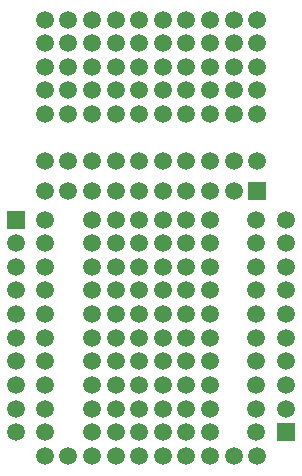
<source format=gbs>
G75*
G70*
%OFA0B0*%
%FSLAX24Y24*%
%IPPOS*%
%LPD*%
%AMOC8*
5,1,8,0,0,1.08239X$1,22.5*
%
%ADD10R,0.0590X0.0590*%
%ADD11C,0.0590*%
D10*
X002123Y010428D03*
X010166Y011385D03*
X011123Y003341D03*
D11*
X002123Y003341D03*
X002123Y004129D03*
X002123Y004916D03*
X002123Y005704D03*
X002123Y006491D03*
X002123Y007278D03*
X002123Y008066D03*
X002123Y008853D03*
X002123Y009641D03*
X003079Y009641D03*
X003079Y010428D03*
X003079Y011385D03*
X003079Y012369D03*
X003867Y012369D03*
X003867Y011385D03*
X004654Y011385D03*
X004654Y010428D03*
X004654Y009641D03*
X004654Y008853D03*
X004654Y008066D03*
X004654Y007278D03*
X004654Y006491D03*
X004654Y005704D03*
X004654Y004916D03*
X004654Y004129D03*
X004654Y003341D03*
X004654Y002554D03*
X005442Y002554D03*
X005442Y003341D03*
X005442Y004129D03*
X005442Y004916D03*
X005442Y005704D03*
X005442Y006491D03*
X005442Y007278D03*
X005442Y008066D03*
X005442Y008853D03*
X005442Y009641D03*
X005442Y010428D03*
X005442Y011385D03*
X005442Y012369D03*
X004654Y012369D03*
X004654Y013944D03*
X004654Y014731D03*
X004654Y015519D03*
X004654Y016306D03*
X004654Y017093D03*
X005442Y017093D03*
X005442Y016306D03*
X005442Y015519D03*
X005442Y014731D03*
X005442Y013944D03*
X006229Y013944D03*
X006229Y014731D03*
X006229Y015519D03*
X006229Y016306D03*
X006229Y017093D03*
X007016Y017093D03*
X007016Y016306D03*
X007016Y015519D03*
X007016Y014731D03*
X007016Y013944D03*
X007804Y013944D03*
X007804Y014731D03*
X007804Y015519D03*
X007804Y016306D03*
X007804Y017093D03*
X008591Y017093D03*
X008591Y016306D03*
X008591Y015519D03*
X008591Y014731D03*
X008591Y013944D03*
X009379Y013944D03*
X009379Y014731D03*
X009379Y015519D03*
X009379Y016306D03*
X009379Y017093D03*
X010166Y017093D03*
X010166Y016306D03*
X010166Y015519D03*
X010166Y014731D03*
X010166Y013944D03*
X010166Y012369D03*
X009379Y012369D03*
X009379Y011385D03*
X010123Y010428D03*
X010123Y009641D03*
X010123Y008853D03*
X010123Y008066D03*
X010123Y007278D03*
X010123Y006491D03*
X010123Y005704D03*
X010123Y004916D03*
X010123Y004129D03*
X010123Y003341D03*
X010166Y002554D03*
X009379Y002554D03*
X008591Y002554D03*
X008591Y003341D03*
X008591Y004129D03*
X008591Y004916D03*
X008591Y005704D03*
X008591Y006491D03*
X008591Y007278D03*
X008591Y008066D03*
X008591Y008853D03*
X008591Y009641D03*
X008591Y010428D03*
X008591Y011385D03*
X008591Y012369D03*
X007804Y012369D03*
X007804Y011385D03*
X007804Y010428D03*
X007804Y009641D03*
X007804Y008853D03*
X007804Y008066D03*
X007804Y007278D03*
X007804Y006491D03*
X007804Y005704D03*
X007804Y004916D03*
X007804Y004129D03*
X007804Y003341D03*
X007804Y002554D03*
X007016Y002554D03*
X007016Y003341D03*
X007016Y004129D03*
X007016Y004916D03*
X007016Y005704D03*
X007016Y006491D03*
X007016Y007278D03*
X007016Y008066D03*
X007016Y008853D03*
X007016Y009641D03*
X007016Y010428D03*
X007016Y011385D03*
X007016Y012369D03*
X006229Y012369D03*
X006229Y011385D03*
X006229Y010428D03*
X006229Y009641D03*
X006229Y008853D03*
X006229Y008066D03*
X006229Y007278D03*
X006229Y006491D03*
X006229Y005704D03*
X006229Y004916D03*
X006229Y004129D03*
X006229Y003341D03*
X006229Y002554D03*
X003867Y002554D03*
X003079Y002554D03*
X003079Y003341D03*
X003079Y004129D03*
X003079Y004916D03*
X003079Y005704D03*
X003079Y006491D03*
X003079Y007278D03*
X003079Y008066D03*
X003079Y008853D03*
X003079Y013944D03*
X003079Y014731D03*
X003079Y015519D03*
X003079Y016306D03*
X003079Y017093D03*
X003867Y017093D03*
X003867Y016306D03*
X003867Y015519D03*
X003867Y014731D03*
X003867Y013944D03*
X011123Y010428D03*
X011123Y009641D03*
X011123Y008853D03*
X011123Y008066D03*
X011123Y007278D03*
X011123Y006491D03*
X011123Y005704D03*
X011123Y004916D03*
X011123Y004129D03*
M02*

</source>
